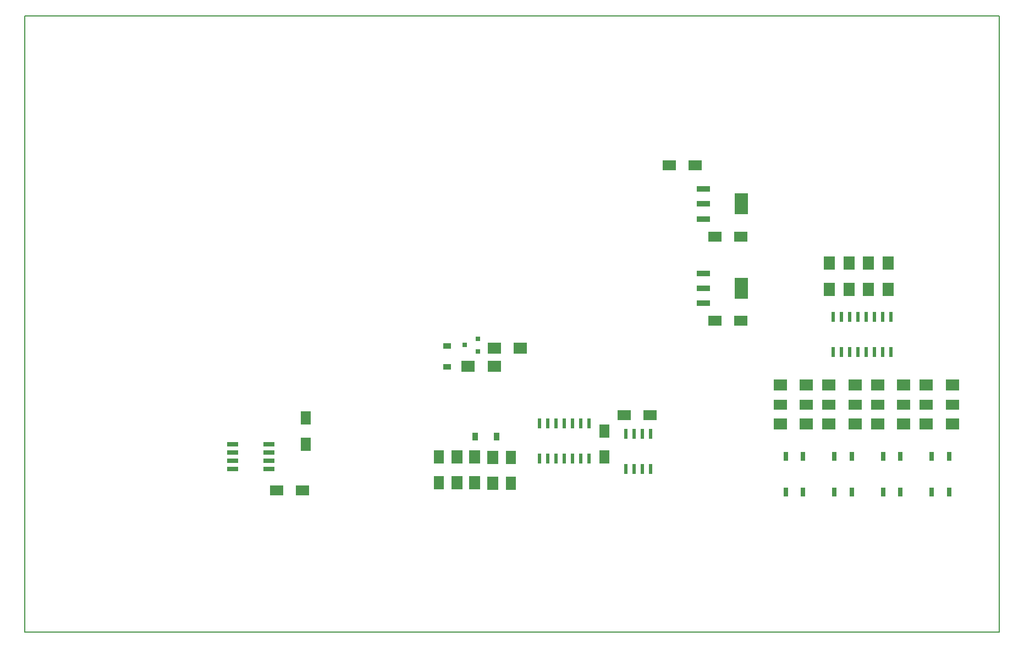
<source format=gbr>
G04 #@! TF.FileFunction,Paste,Top*
%FSLAX46Y46*%
G04 Gerber Fmt 4.6, Leading zero omitted, Abs format (unit mm)*
G04 Created by KiCad (PCBNEW 4.0.2-4+6225~38~ubuntu15.10.1-stable) date 2016. ápr.  9., szombat, 23.34.49 CEST*
%MOMM*%
G01*
G04 APERTURE LIST*
%ADD10C,0.100000*%
%ADD11C,0.150000*%
%ADD12R,2.000000X1.700000*%
%ADD13R,2.000000X1.600000*%
%ADD14R,1.600000X2.000000*%
%ADD15R,0.740000X1.400000*%
%ADD16R,0.800100X0.800100*%
%ADD17R,1.700000X2.000000*%
%ADD18R,0.600000X1.500000*%
%ADD19R,0.600000X1.550000*%
%ADD20R,2.150000X3.250000*%
%ADD21R,2.150000X0.950000*%
%ADD22R,1.750000X0.650000*%
%ADD23R,1.220000X0.910000*%
%ADD24R,0.910000X1.220000*%
G04 APERTURE END LIST*
D10*
D11*
X180000000Y-30000000D02*
X180000000Y-30500000D01*
X30000000Y-30000000D02*
X180000000Y-30000000D01*
X30000000Y-125000000D02*
X30000000Y-30000000D01*
X180000000Y-125000000D02*
X30000000Y-125000000D01*
X180000000Y-30500000D02*
X180000000Y-125000000D01*
D12*
X161288000Y-86932000D03*
X165288000Y-86932000D03*
X168788000Y-86932000D03*
X172788000Y-86932000D03*
X146288000Y-86932000D03*
X150288000Y-86932000D03*
X153788000Y-86932000D03*
X157788000Y-86932000D03*
D13*
X129178000Y-53000000D03*
X133178000Y-53000000D03*
X136250000Y-64000000D03*
X140250000Y-64000000D03*
X172788000Y-89932000D03*
X168788000Y-89932000D03*
X157788000Y-89932000D03*
X153788000Y-89932000D03*
X165288000Y-89932000D03*
X161288000Y-89932000D03*
X150288000Y-89932000D03*
X146288000Y-89932000D03*
D14*
X119250000Y-94000000D03*
X119250000Y-98000000D03*
D13*
X126250000Y-91560000D03*
X122250000Y-91560000D03*
X136250000Y-77000000D03*
X140250000Y-77000000D03*
D14*
X73271000Y-92006000D03*
X73271000Y-96006000D03*
D13*
X72728000Y-103160000D03*
X68728000Y-103160000D03*
D14*
X93750000Y-102000000D03*
X93750000Y-98000000D03*
X104800000Y-98050000D03*
X104800000Y-102050000D03*
D15*
X147118000Y-97932000D03*
X149788000Y-97932000D03*
X147118000Y-103432000D03*
X149788000Y-103432000D03*
X154618000Y-97932000D03*
X157288000Y-97932000D03*
X154618000Y-103432000D03*
X157288000Y-103432000D03*
X169618000Y-97932000D03*
X172288000Y-97932000D03*
X169618000Y-103432000D03*
X172288000Y-103432000D03*
X162118000Y-97932000D03*
X164788000Y-97932000D03*
X162118000Y-103432000D03*
X164788000Y-103432000D03*
D16*
X99748980Y-81700000D03*
X99748980Y-79800000D03*
X97750000Y-80750000D03*
D12*
X168788000Y-92932000D03*
X172788000Y-92932000D03*
X153788000Y-92932000D03*
X157788000Y-92932000D03*
X161288000Y-92932000D03*
X165288000Y-92932000D03*
X146288000Y-92932000D03*
X150288000Y-92932000D03*
D17*
X153888000Y-68132000D03*
X153888000Y-72132000D03*
X156888000Y-68132000D03*
X156888000Y-72132000D03*
X159888000Y-68132000D03*
X159888000Y-72132000D03*
X162888000Y-68132000D03*
X162888000Y-72132000D03*
D12*
X102250000Y-84000000D03*
X98250000Y-84000000D03*
X106250000Y-81250000D03*
X102250000Y-81250000D03*
D17*
X96500000Y-102000000D03*
X96500000Y-98000000D03*
X99250000Y-98000000D03*
X99250000Y-102000000D03*
X102000000Y-102050000D03*
X102000000Y-98050000D03*
D18*
X154443000Y-81832000D03*
X155713000Y-81832000D03*
X156983000Y-81832000D03*
X158253000Y-81832000D03*
X159523000Y-81832000D03*
X160793000Y-81832000D03*
X162063000Y-81832000D03*
X163333000Y-81832000D03*
X163333000Y-76432000D03*
X162063000Y-76432000D03*
X160793000Y-76432000D03*
X159523000Y-76432000D03*
X158253000Y-76432000D03*
X156983000Y-76432000D03*
X155713000Y-76432000D03*
X154443000Y-76432000D03*
X116808000Y-92860000D03*
X115538000Y-92860000D03*
X114268000Y-92860000D03*
X112998000Y-92860000D03*
X111728000Y-92860000D03*
X110458000Y-92860000D03*
X109188000Y-92860000D03*
X109188000Y-98260000D03*
X110458000Y-98260000D03*
X111728000Y-98260000D03*
X112998000Y-98260000D03*
X114268000Y-98260000D03*
X115538000Y-98260000D03*
X116808000Y-98260000D03*
D19*
X122523000Y-99860000D03*
X123793000Y-99860000D03*
X125063000Y-99860000D03*
X126333000Y-99860000D03*
X126333000Y-94460000D03*
X125063000Y-94460000D03*
X123793000Y-94460000D03*
X122523000Y-94460000D03*
D20*
X140300000Y-59000000D03*
D21*
X134500000Y-61300000D03*
X134500000Y-59000000D03*
X134500000Y-56700000D03*
D20*
X140300000Y-72000000D03*
D21*
X134500000Y-74300000D03*
X134500000Y-72000000D03*
X134500000Y-69700000D03*
D22*
X67558000Y-96020000D03*
X67558000Y-97290000D03*
X67558000Y-98560000D03*
X67558000Y-99830000D03*
X61958000Y-96020000D03*
X61958000Y-97290000D03*
X61958000Y-98560000D03*
X61958000Y-99830000D03*
D23*
X95000000Y-84135000D03*
X95000000Y-80865000D03*
D24*
X102600000Y-94850000D03*
X99330000Y-94850000D03*
M02*

</source>
